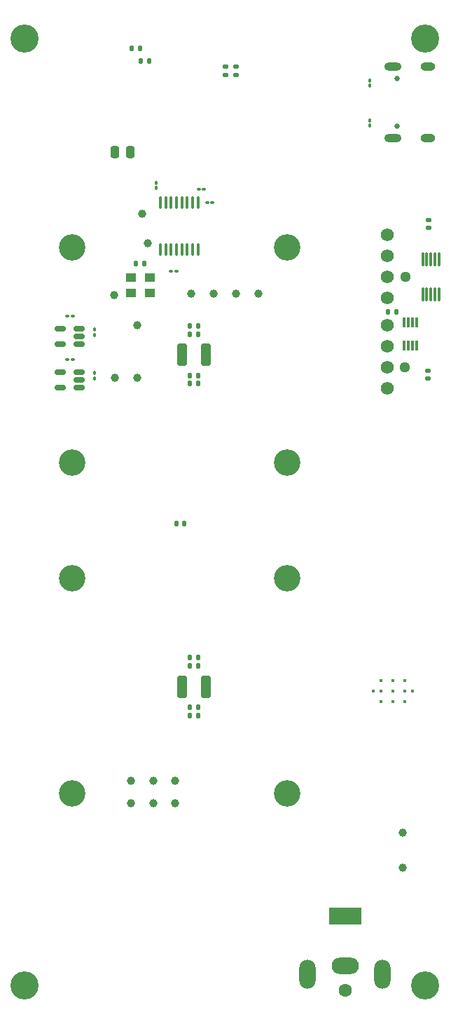
<source format=gbr>
%TF.GenerationSoftware,KiCad,Pcbnew,8.0.4*%
%TF.CreationDate,2024-10-26T18:49:35+02:00*%
%TF.ProjectId,BitForgeNano,42697446-6f72-4676-954e-616e6f2e6b69,rev?*%
%TF.SameCoordinates,Original*%
%TF.FileFunction,Soldermask,Bot*%
%TF.FilePolarity,Negative*%
%FSLAX46Y46*%
G04 Gerber Fmt 4.6, Leading zero omitted, Abs format (unit mm)*
G04 Created by KiCad (PCBNEW 8.0.4) date 2024-10-26 18:49:35*
%MOMM*%
%LPD*%
G01*
G04 APERTURE LIST*
G04 Aperture macros list*
%AMRoundRect*
0 Rectangle with rounded corners*
0 $1 Rounding radius*
0 $2 $3 $4 $5 $6 $7 $8 $9 X,Y pos of 4 corners*
0 Add a 4 corners polygon primitive as box body*
4,1,4,$2,$3,$4,$5,$6,$7,$8,$9,$2,$3,0*
0 Add four circle primitives for the rounded corners*
1,1,$1+$1,$2,$3*
1,1,$1+$1,$4,$5*
1,1,$1+$1,$6,$7*
1,1,$1+$1,$8,$9*
0 Add four rect primitives between the rounded corners*
20,1,$1+$1,$2,$3,$4,$5,0*
20,1,$1+$1,$4,$5,$6,$7,0*
20,1,$1+$1,$6,$7,$8,$9,0*
20,1,$1+$1,$8,$9,$2,$3,0*%
G04 Aperture macros list end*
%ADD10C,3.200000*%
%ADD11C,3.400000*%
%ADD12C,0.650000*%
%ADD13O,2.100000X1.000000*%
%ADD14O,1.800000X1.000000*%
%ADD15C,1.600000*%
%ADD16R,4.000000X2.000000*%
%ADD17O,2.000000X3.500000*%
%ADD18O,3.300000X2.000000*%
%ADD19C,1.295400*%
%ADD20C,1.574800*%
%ADD21C,0.400000*%
%ADD22C,1.000000*%
%ADD23RoundRect,0.100000X0.130000X0.100000X-0.130000X0.100000X-0.130000X-0.100000X0.130000X-0.100000X0*%
%ADD24RoundRect,0.135000X0.185000X-0.135000X0.185000X0.135000X-0.185000X0.135000X-0.185000X-0.135000X0*%
%ADD25RoundRect,0.250000X-0.325000X-1.100000X0.325000X-1.100000X0.325000X1.100000X-0.325000X1.100000X0*%
%ADD26RoundRect,0.140000X-0.140000X-0.170000X0.140000X-0.170000X0.140000X0.170000X-0.140000X0.170000X0*%
%ADD27RoundRect,0.250000X-0.250000X-0.475000X0.250000X-0.475000X0.250000X0.475000X-0.250000X0.475000X0*%
%ADD28RoundRect,0.150000X-0.512500X-0.150000X0.512500X-0.150000X0.512500X0.150000X-0.512500X0.150000X0*%
%ADD29RoundRect,0.087500X-0.087500X0.725000X-0.087500X-0.725000X0.087500X-0.725000X0.087500X0.725000X0*%
%ADD30RoundRect,0.140000X0.170000X-0.140000X0.170000X0.140000X-0.170000X0.140000X-0.170000X-0.140000X0*%
%ADD31RoundRect,0.135000X0.135000X0.185000X-0.135000X0.185000X-0.135000X-0.185000X0.135000X-0.185000X0*%
%ADD32RoundRect,0.100000X0.100000X-0.130000X0.100000X0.130000X-0.100000X0.130000X-0.100000X-0.130000X0*%
%ADD33RoundRect,0.087500X-0.087500X0.537500X-0.087500X-0.537500X0.087500X-0.537500X0.087500X0.537500X0*%
%ADD34RoundRect,0.100000X-0.130000X-0.100000X0.130000X-0.100000X0.130000X0.100000X-0.130000X0.100000X0*%
%ADD35RoundRect,0.140000X-0.170000X0.140000X-0.170000X-0.140000X0.170000X-0.140000X0.170000X0.140000X0*%
%ADD36RoundRect,0.100000X-0.100000X0.130000X-0.100000X-0.130000X0.100000X-0.130000X0.100000X0.130000X0*%
%ADD37R,1.300000X1.100000*%
%ADD38RoundRect,0.100000X0.100000X-0.637500X0.100000X0.637500X-0.100000X0.637500X-0.100000X-0.637500X0*%
%ADD39RoundRect,0.135000X-0.185000X0.135000X-0.185000X-0.135000X0.185000X-0.135000X0.185000X0.135000X0*%
G04 APERTURE END LIST*
D10*
%TO.C,H2*%
X54000000Y-140000000D03*
%TD*%
D11*
%TO.C,*%
X48300000Y-163200011D03*
%TD*%
D10*
%TO.C,H4*%
X54000000Y-114000000D03*
%TD*%
%TO.C,H5*%
X80000000Y-100000000D03*
%TD*%
D12*
%TO.C,J5*%
X93330000Y-59415000D03*
X93330000Y-53635000D03*
D13*
X92830000Y-60845000D03*
D14*
X97010000Y-60845000D03*
D13*
X92830000Y-52205000D03*
D14*
X97010000Y-52205000D03*
%TD*%
D15*
%TO.C,J1*%
X87000000Y-163800000D03*
D16*
X87000000Y-154800000D03*
D17*
X82500000Y-161800000D03*
D18*
X87000000Y-160800000D03*
D17*
X91500000Y-161800000D03*
%TD*%
D19*
%TO.C,J8*%
X94260001Y-88540000D03*
D20*
X92100000Y-83460000D03*
X92100000Y-86000000D03*
X92100000Y-88540000D03*
X92100000Y-91080000D03*
%TD*%
D11*
%TO.C,*%
X96700000Y-163200011D03*
%TD*%
%TO.C,*%
X48300000Y-48800011D03*
%TD*%
D21*
%TO.C,U12*%
X94200000Y-126320000D03*
X92800000Y-126320000D03*
X91400000Y-126320000D03*
X95200000Y-127600000D03*
X94200000Y-127600000D03*
X92800000Y-127600000D03*
X91400000Y-127600000D03*
X90400000Y-127600000D03*
X94200000Y-128880000D03*
X92800000Y-128880000D03*
X91400000Y-128880000D03*
%TD*%
D10*
%TO.C,H7*%
X80000000Y-74000000D03*
%TD*%
%TO.C,H3*%
X80000000Y-114000000D03*
%TD*%
%TO.C,H8*%
X54000000Y-74000000D03*
%TD*%
%TO.C,H6*%
X54000000Y-100000000D03*
%TD*%
D11*
%TO.C,*%
X96700000Y-48799991D03*
%TD*%
D19*
%TO.C,J6*%
X94298852Y-77559400D03*
D20*
X92138851Y-72479400D03*
X92138851Y-75019400D03*
X92138851Y-77559400D03*
X92138851Y-80099400D03*
%TD*%
D10*
%TO.C,H1*%
X80000000Y-140000000D03*
%TD*%
D22*
%TO.C,TP26*%
X59200000Y-89800000D03*
%TD*%
%TO.C,TP20*%
X66500000Y-141200000D03*
%TD*%
D23*
%TO.C,C32*%
X53430000Y-82300000D03*
X54070000Y-82300000D03*
%TD*%
D24*
%TO.C,R25*%
X72550000Y-52200000D03*
X72550000Y-53220000D03*
%TD*%
D25*
%TO.C,C41*%
X70225000Y-87000000D03*
X67275000Y-87000000D03*
%TD*%
D22*
%TO.C,TP11*%
X76500000Y-79600000D03*
%TD*%
%TO.C,TP22*%
X63800000Y-141200000D03*
%TD*%
D26*
%TO.C,C46*%
X93180000Y-81800000D03*
X92220000Y-81800000D03*
%TD*%
%TO.C,C40*%
X69230000Y-90500000D03*
X68270000Y-90500000D03*
%TD*%
%TO.C,C35*%
X62700000Y-76000000D03*
X61740000Y-76000000D03*
%TD*%
D22*
%TO.C,TP16*%
X94000000Y-149000000D03*
%TD*%
%TO.C,TP12*%
X62500000Y-70000000D03*
%TD*%
D27*
%TO.C,C47*%
X61050000Y-62500000D03*
X59150000Y-62500000D03*
%TD*%
D28*
%TO.C,U6*%
X54887500Y-89100000D03*
X54887500Y-90050000D03*
X54887500Y-91000000D03*
X52612500Y-91000000D03*
X52612500Y-89100000D03*
%TD*%
D29*
%TO.C,U2*%
X96400000Y-75487500D03*
X96900000Y-75487500D03*
X97400000Y-75487500D03*
X97900000Y-75487500D03*
X98400000Y-75487500D03*
X98400000Y-79712500D03*
X97900000Y-79712500D03*
X97400000Y-79712500D03*
X96900000Y-79712500D03*
X96400000Y-79712500D03*
%TD*%
D22*
%TO.C,TP9*%
X68400000Y-79600000D03*
%TD*%
%TO.C,TP27*%
X61900000Y-89800000D03*
%TD*%
%TO.C,TP17*%
X94000000Y-144750000D03*
%TD*%
D30*
%TO.C,C45*%
X97000000Y-88920000D03*
X97000000Y-89880000D03*
%TD*%
D22*
%TO.C,TP25*%
X61100000Y-138500000D03*
%TD*%
D23*
%TO.C,C34*%
X53430000Y-87550000D03*
X54070000Y-87550000D03*
%TD*%
%TO.C,C50*%
X69335000Y-67000000D03*
X69975000Y-67000000D03*
%TD*%
D26*
%TO.C,C39*%
X69230000Y-89500000D03*
X68270000Y-89500000D03*
%TD*%
D22*
%TO.C,TP21*%
X66500000Y-138500000D03*
%TD*%
D26*
%TO.C,C42*%
X67580000Y-107400000D03*
X66620000Y-107400000D03*
%TD*%
%TO.C,C29*%
X69230000Y-83500000D03*
X68270000Y-83500000D03*
%TD*%
D31*
%TO.C,R14*%
X62290000Y-51500000D03*
X63310000Y-51500000D03*
%TD*%
D32*
%TO.C,C31*%
X56750000Y-83980000D03*
X56750000Y-84620000D03*
%TD*%
D33*
%TO.C,U23*%
X95650000Y-85900000D03*
X95150000Y-85900000D03*
X94650000Y-85900000D03*
X94150000Y-85900000D03*
X94150000Y-83100000D03*
X94650000Y-83100000D03*
X95150000Y-83100000D03*
X95650000Y-83100000D03*
%TD*%
D34*
%TO.C,R27*%
X66620000Y-76900000D03*
X65980000Y-76900000D03*
%TD*%
D35*
%TO.C,C21*%
X97100000Y-71680000D03*
X97100000Y-70720000D03*
%TD*%
D26*
%TO.C,C60*%
X69230000Y-124600000D03*
X68270000Y-124600000D03*
%TD*%
D32*
%TO.C,C33*%
X56750000Y-89230000D03*
X56750000Y-89870000D03*
%TD*%
D22*
%TO.C,TP18*%
X63150000Y-73500000D03*
%TD*%
D34*
%TO.C,C15*%
X70970000Y-68600000D03*
X70330000Y-68600000D03*
%TD*%
D36*
%TO.C,R31*%
X64200000Y-66865000D03*
X64200000Y-66225000D03*
%TD*%
D26*
%TO.C,C59*%
X69230000Y-123600000D03*
X68270000Y-123600000D03*
%TD*%
D37*
%TO.C,U11*%
X61150000Y-77650000D03*
X63450000Y-77650000D03*
X63450000Y-79550000D03*
X61150000Y-79550000D03*
%TD*%
D38*
%TO.C,U1*%
X69225000Y-74325000D03*
X68575000Y-74325000D03*
X67925000Y-74325000D03*
X67275000Y-74325000D03*
X66625000Y-74325000D03*
X65975000Y-74325000D03*
X65325000Y-74325000D03*
X64675000Y-74325000D03*
X64675000Y-68600000D03*
X65325000Y-68600000D03*
X65975000Y-68600000D03*
X66625000Y-68600000D03*
X67275000Y-68600000D03*
X67925000Y-68600000D03*
X68575000Y-68600000D03*
X69225000Y-68600000D03*
%TD*%
D22*
%TO.C,TP8*%
X61900000Y-83400000D03*
%TD*%
%TO.C,TP7*%
X59100000Y-79800000D03*
%TD*%
%TO.C,TP23*%
X63800000Y-138500000D03*
%TD*%
%TO.C,TP24*%
X61100000Y-141200000D03*
%TD*%
D32*
%TO.C,R29*%
X90000000Y-53860000D03*
X90000000Y-54500000D03*
%TD*%
D25*
%TO.C,C64*%
X70225000Y-127100000D03*
X67275000Y-127100000D03*
%TD*%
D26*
%TO.C,C58*%
X69230000Y-130600000D03*
X68270000Y-130600000D03*
%TD*%
D31*
%TO.C,R22*%
X61250000Y-50030000D03*
X62270000Y-50030000D03*
%TD*%
D22*
%TO.C,TP6*%
X73800000Y-79600000D03*
%TD*%
D36*
%TO.C,R28*%
X90000000Y-59320000D03*
X90000000Y-58680000D03*
%TD*%
D39*
%TO.C,R26*%
X73800000Y-53220000D03*
X73800000Y-52200000D03*
%TD*%
D22*
%TO.C,TP10*%
X71100000Y-79600000D03*
%TD*%
D26*
%TO.C,C61*%
X69230000Y-129600000D03*
X68270000Y-129600000D03*
%TD*%
D28*
%TO.C,U5*%
X54887500Y-83850000D03*
X54887500Y-84800000D03*
X54887500Y-85750000D03*
X52612500Y-85750000D03*
X52612500Y-83850000D03*
%TD*%
D26*
%TO.C,C17*%
X69230000Y-84500000D03*
X68270000Y-84500000D03*
%TD*%
M02*

</source>
